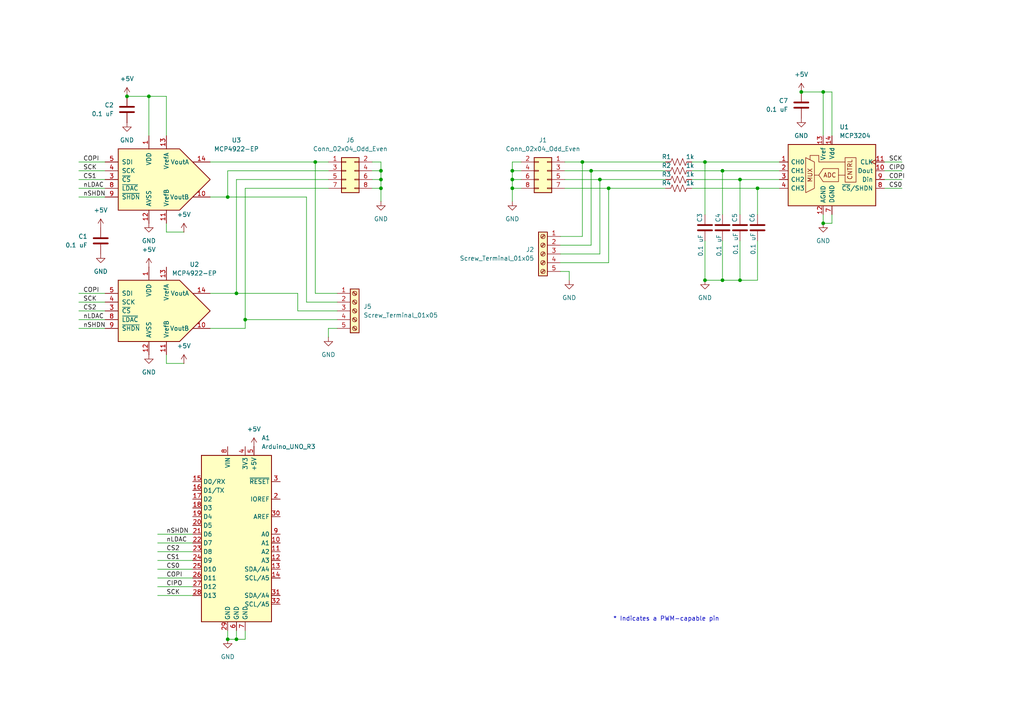
<source format=kicad_sch>
(kicad_sch (version 20231120) (generator "eeschema") (generator_version "8.0")
  (paper "A4")
  (title_block (date "mar. 31 mars 2015"))
  (lib_symbols
    (symbol "+5V_1" (power) (pin_numbers hide) (pin_names (offset 0) hide)
      (property "Value" "+5V" (at 0 3.556 0))
      (symbol "+5V_1_0_1"
        (polyline (pts (xy -0.762 1.27) (xy 0 2.54)))
        (polyline (pts (xy 0 0) (xy 0 2.54)))
        (polyline (pts (xy 0 2.54) (xy 0.762 1.27)))
      )
      (symbol "+5V_1_1_1"
        (pin power_in line (at 0 0 90) (length 0) (name "~") (number "1"))
      )
    )
    (symbol "+5V_2" (power) (pin_numbers hide) (pin_names (offset 0) hide)
      (property "Value" "+5V" (at 0 3.556 0))
      (symbol "+5V_2_0_1"
        (polyline (pts (xy -0.762 1.27) (xy 0 2.54)))
        (polyline (pts (xy 0 0) (xy 0 2.54)))
        (polyline (pts (xy 0 2.54) (xy 0.762 1.27)))
      )
      (symbol "+5V_2_1_1"
        (pin power_in line (at 0 0 90) (length 0) (name "~") (number "1"))
      )
    )
    (symbol "Analog_ADC:MCP3204" (pin_names (offset 0.762))
      (property "Reference" "U" (at -5.08 10.795 0))
      (property "Value" "MCP3204" (at -5.08 8.89 0))
      (symbol "MCP3204_0_0"
        (text "ADC" (at -0.635 -1.27 0) (effects (font (size 1.27 1.27))))
        (text "CNTRL" (at 5.969 -2.667 900) (effects (font (size 1.27 1.27)) (justify left bottom)))
        (text "MUX" (at -6.35 -1.27 900) (effects (font (size 1.27 1.27))))
      )
      (symbol "MCP3204_0_1"
        (polyline (pts (xy -5.08 -1.27) (xy -3.81 -1.27)))
        (polyline (pts (xy 1.905 -1.27) (xy 3.81 -1.27)))
        (polyline (pts (xy -7.62 3.81) (xy -7.62 -6.35) (xy -5.08 -5.08) (xy -5.08 2.54) (xy -7.62 3.81)))
        (polyline (pts (xy 3.81 2.54) (xy -3.81 2.54) (xy -3.81 4.445) (xy -6.35 4.445) (xy -6.35 3.175)))
        (polyline (pts (xy -3.81 -1.27) (xy -2.54 0.635) (xy 1.905 0.635) (xy 1.905 -3.175) (xy -2.54 -3.175) (xy -3.81 -1.27)))
        (rectangle (start 3.81 -3.302) (end 6.985 3.81))
        (rectangle (start 12.7 7.62) (end -12.7 -10.16) (stroke (width 0.254)) (fill (type background)))
      )
      (symbol "MCP3204_1_1"
        (pin input line (at -15.24 2.54 0) (length 2.54) (name "CH0") (number "1"))
        (pin output line (at 15.24 0 180) (length 2.54) (name "Dout") (number "10"))
        (pin input clock (at 15.24 2.54 180) (length 2.54) (name "CLK") (number "11"))
        (pin power_in line (at -2.54 -12.7 90) (length 2.54) (name "AGND") (number "12"))
        (pin power_in line (at -2.54 10.16 270) (length 2.54) (name "Vref") (number "13"))
        (pin power_in line (at 0 10.16 270) (length 2.54) (name "Vdd") (number "14"))
        (pin input line (at -15.24 0 0) (length 2.54) (name "CH1") (number "2"))
        (pin input line (at -15.24 -2.54 0) (length 2.54) (name "CH2") (number "3"))
        (pin input line (at -15.24 -5.08 0) (length 2.54) (name "CH3") (number "4"))
        (pin no_connect line (at -10.16 -10.16 90) (length 2.54) hide (name "NC") (number "5"))
        (pin no_connect line (at -7.62 -10.16 90) (length 2.54) hide (name "NC") (number "6"))
        (pin power_in line (at 0 -12.7 90) (length 2.54) (name "DGND") (number "7"))
        (pin input line (at 15.24 -5.08 180) (length 2.54) (name "~{CS}/SHDN") (number "8"))
        (pin input line (at 15.24 -2.54 180) (length 2.54) (name "Din") (number "9"))
      )
    )
    (symbol "Analog_DAC:MCP4922-EP" (pin_names (offset 1.016))
      (property "Reference" "U" (at -10.16 10.16 0))
      (property "Value" "MCP4922-EP" (at 3.81 10.16 0))
      (symbol "MCP4922-EP_0_1"
        (polyline (pts (xy -11.43 8.89) (xy 6.35 8.89) (xy 15.24 0) (xy 6.35 -8.89) (xy -11.43 -8.89) (xy -11.43 8.89)) (stroke (width 0.254)) (fill (type background)))
      )
      (symbol "MCP4922-EP_1_1"
        (pin power_in line (at -2.54 12.7 270) (length 3.81) (name "VDD") (number "1"))
        (pin passive line (at 15.24 -5.08 180) (length 5.08) (name "VoutB") (number "10"))
        (pin passive line (at 2.54 -12.7 90) (length 3.81) (name "VrefB") (number "11"))
        (pin power_in line (at -2.54 -12.7 90) (length 3.81) (name "AVSS") (number "12"))
        (pin passive line (at 2.54 12.7 270) (length 3.81) (name "VrefA") (number "13"))
        (pin passive line (at 15.24 5.08 180) (length 5.08) (name "VoutA") (number "14"))
        (pin no_connect line (at -5.08 -8.89 90) (length 2.54) hide (name "NC") (number "2"))
        (pin input line (at -15.24 0 0) (length 3.81) (name "~{CS}") (number "3"))
        (pin input line (at -15.24 2.54 0) (length 3.81) (name "SCK") (number "4"))
        (pin input line (at -15.24 5.08 0) (length 3.81) (name "SDI") (number "5"))
        (pin no_connect line (at -7.62 -8.89 90) (length 2.54) hide (name "NC") (number "6"))
        (pin no_connect line (at -10.16 -8.89 90) (length 2.54) hide (name "NC") (number "7"))
        (pin input line (at -15.24 -2.54 0) (length 3.81) (name "~{LDAC}") (number "8"))
        (pin input line (at -15.24 -5.08 0) (length 3.81) (name "~{SHDN}") (number "9"))
      )
    )
    (symbol "Connector:Screw_Terminal_01x05" (pin_names (offset 1.016) hide)
      (property "Reference" "J" (at 0 7.62 0))
      (property "Value" "Screw_Terminal_01x05" (at 0 -7.62 0))
      (symbol "Screw_Terminal_01x05_1_1"
        (rectangle (start -1.27 6.35) (end 1.27 -6.35) (stroke (width 0.254)) (fill (type background)))
        (circle (center 0 -5.08) (radius 0.635) (stroke (width 0.1524)))
        (circle (center 0 -2.54) (radius 0.635) (stroke (width 0.1524)))
        (polyline (pts (xy -0.5334 -4.7498) (xy 0.3302 -5.588)) (stroke (width 0.1524)))
        (polyline (pts (xy -0.5334 -2.2098) (xy 0.3302 -3.048)) (stroke (width 0.1524)))
        (polyline (pts (xy -0.5334 0.3302) (xy 0.3302 -0.508)) (stroke (width 0.1524)))
        (polyline (pts (xy -0.5334 2.8702) (xy 0.3302 2.032)) (stroke (width 0.1524)))
        (polyline (pts (xy -0.5334 5.4102) (xy 0.3302 4.572)) (stroke (width 0.1524)))
        (polyline (pts (xy -0.3556 -4.572) (xy 0.508 -5.4102)) (stroke (width 0.1524)))
        (polyline (pts (xy -0.3556 -2.032) (xy 0.508 -2.8702)) (stroke (width 0.1524)))
        (polyline (pts (xy -0.3556 0.508) (xy 0.508 -0.3302)) (stroke (width 0.1524)))
        (polyline (pts (xy -0.3556 3.048) (xy 0.508 2.2098)) (stroke (width 0.1524)))
        (polyline (pts (xy -0.3556 5.588) (xy 0.508 4.7498)) (stroke (width 0.1524)))
        (circle (center 0 0) (radius 0.635) (stroke (width 0.1524)))
        (circle (center 0 2.54) (radius 0.635) (stroke (width 0.1524)))
        (circle (center 0 5.08) (radius 0.635) (stroke (width 0.1524)))
        (pin passive line (at -5.08 5.08 0) (length 3.81) (name "Pin_1") (number "1"))
        (pin passive line (at -5.08 2.54 0) (length 3.81) (name "Pin_2") (number "2"))
        (pin passive line (at -5.08 0 0) (length 3.81) (name "Pin_3") (number "3"))
        (pin passive line (at -5.08 -2.54 0) (length 3.81) (name "Pin_4") (number "4"))
        (pin passive line (at -5.08 -5.08 0) (length 3.81) (name "Pin_5") (number "5"))
      )
    )
    (symbol "Connector_Generic:Conn_02x04_Odd_Even" (pin_names (offset 1.016) hide)
      (property "Reference" "J" (at 1.27 5.08 0))
      (property "Value" "Conn_02x04_Odd_Even" (at 1.27 -7.62 0))
      (symbol "Conn_02x04_Odd_Even_1_1"
        (rectangle (start -1.27 -4.953) (end 0 -5.207) (stroke (width 0.1524)))
        (rectangle (start -1.27 -2.413) (end 0 -2.667) (stroke (width 0.1524)))
        (rectangle (start -1.27 0.127) (end 0 -0.127) (stroke (width 0.1524)))
        (rectangle (start -1.27 2.667) (end 0 2.413) (stroke (width 0.1524)))
        (rectangle (start -1.27 3.81) (end 3.81 -6.35) (stroke (width 0.254)) (fill (type background)))
        (rectangle (start 3.81 -4.953) (end 2.54 -5.207) (stroke (width 0.1524)))
        (rectangle (start 3.81 -2.413) (end 2.54 -2.667) (stroke (width 0.1524)))
        (rectangle (start 3.81 0.127) (end 2.54 -0.127) (stroke (width 0.1524)))
        (rectangle (start 3.81 2.667) (end 2.54 2.413) (stroke (width 0.1524)))
        (pin passive line (at -5.08 2.54 0) (length 3.81) (name "Pin_1") (number "1"))
        (pin passive line (at 7.62 2.54 180) (length 3.81) (name "Pin_2") (number "2"))
        (pin passive line (at -5.08 0 0) (length 3.81) (name "Pin_3") (number "3"))
        (pin passive line (at 7.62 0 180) (length 3.81) (name "Pin_4") (number "4"))
        (pin passive line (at -5.08 -2.54 0) (length 3.81) (name "Pin_5") (number "5"))
        (pin passive line (at 7.62 -2.54 180) (length 3.81) (name "Pin_6") (number "6"))
        (pin passive line (at -5.08 -5.08 0) (length 3.81) (name "Pin_7") (number "7"))
        (pin passive line (at 7.62 -5.08 180) (length 3.81) (name "Pin_8") (number "8"))
      )
    )
    (symbol "Device:C" (pin_numbers hide) (pin_names (offset 0.254))
      (property "Reference" "C" (at 0.635 2.54 0))
      (property "Value" "C" (at 0.635 -2.54 0))
      (symbol "C_0_1"
        (polyline (pts (xy -2.032 -0.762) (xy 2.032 -0.762)) (stroke (width 0.508)))
        (polyline (pts (xy -2.032 0.762) (xy 2.032 0.762)) (stroke (width 0.508)))
      )
      (symbol "C_1_1"
        (pin passive line (at 0 3.81 270) (length 2.794) (name "~") (number "1"))
        (pin passive line (at 0 -3.81 90) (length 2.794) (name "~") (number "2"))
      )
    )
    (symbol "Device:R_US" (pin_numbers hide) (pin_names (offset 0))
      (property "Reference" "R" (at 2.54 0 90))
      (property "Value" "R_US" (at -2.54 0 90))
      (symbol "R_US_0_1"
        (polyline (pts (xy 0 -2.286) (xy 0 -2.54)))
        (polyline (pts (xy 0 2.286) (xy 0 2.54)))
        (polyline (pts (xy 0 -0.762) (xy 1.016 -1.143) (xy 0 -1.524) (xy -1.016 -1.905) (xy 0 -2.286)))
        (polyline (pts (xy 0 0.762) (xy 1.016 0.381) (xy 0 0) (xy -1.016 -0.381) (xy 0 -0.762)))
        (polyline (pts (xy 0 2.286) (xy 1.016 1.905) (xy 0 1.524) (xy -1.016 1.143) (xy 0 0.762)))
      )
      (symbol "R_US_1_1"
        (pin passive line (at 0 3.81 270) (length 1.27) (name "~") (number "1"))
        (pin passive line (at 0 -3.81 90) (length 1.27) (name "~") (number "2"))
      )
    )
    (symbol "GND_1" (power) (pin_numbers hide) (pin_names (offset 0) hide)
      (property "Value" "GND" (at 0 -3.81 0))
      (symbol "GND_1_0_1"
        (polyline (pts (xy 0 0) (xy 0 -1.27) (xy 1.27 -1.27) (xy 0 -2.54) (xy -1.27 -1.27) (xy 0 -1.27)))
      )
      (symbol "GND_1_1_1"
        (pin power_in line (at 0 0 270) (length 0) (name "~") (number "1"))
      )
    )
    (symbol "MCU_Module:Arduino_UNO_R3"
      (property "Reference" "A" (at -10.16 23.495 0))
      (property "Value" "Arduino_UNO_R3" (at 5.08 -26.67 0))
      (symbol "Arduino_UNO_R3_0_1"
        (rectangle (start -10.16 22.86) (end 10.16 -25.4) (stroke (width 0.254)) (fill (type background)))
      )
      (symbol "Arduino_UNO_R3_1_1"
        (pin no_connect line (at -10.16 -20.32 0) (length 2.54) hide (name "NC") (number "1"))
        (pin bidirectional line (at 12.7 -2.54 180) (length 2.54) (name "A1") (number "10"))
        (pin bidirectional line (at 12.7 -5.08 180) (length 2.54) (name "A2") (number "11"))
        (pin bidirectional line (at 12.7 -7.62 180) (length 2.54) (name "A3") (number "12"))
        (pin bidirectional line (at 12.7 -10.16 180) (length 2.54) (name "SDA/A4") (number "13"))
        (pin bidirectional line (at 12.7 -12.7 180) (length 2.54) (name "SCL/A5") (number "14"))
        (pin bidirectional line (at -12.7 15.24 0) (length 2.54) (name "D0/RX") (number "15"))
        (pin bidirectional line (at -12.7 12.7 0) (length 2.54) (name "D1/TX") (number "16"))
        (pin bidirectional line (at -12.7 10.16 0) (length 2.54) (name "D2") (number "17"))
        (pin bidirectional line (at -12.7 7.62 0) (length 2.54) (name "D3") (number "18"))
        (pin bidirectional line (at -12.7 5.08 0) (length 2.54) (name "D4") (number "19"))
        (pin output line (at 12.7 10.16 180) (length 2.54) (name "IOREF") (number "2"))
        (pin bidirectional line (at -12.7 2.54 0) (length 2.54) (name "D5") (number "20"))
        (pin bidirectional line (at -12.7 0 0) (length 2.54) (name "D6") (number "21"))
        (pin bidirectional line (at -12.7 -2.54 0) (length 2.54) (name "D7") (number "22"))
        (pin bidirectional line (at -12.7 -5.08 0) (length 2.54) (name "D8") (number "23"))
        (pin bidirectional line (at -12.7 -7.62 0) (length 2.54) (name "D9") (number "24"))
        (pin bidirectional line (at -12.7 -10.16 0) (length 2.54) (name "D10") (number "25"))
        (pin bidirectional line (at -12.7 -12.7 0) (length 2.54) (name "D11") (number "26"))
        (pin bidirectional line (at -12.7 -15.24 0) (length 2.54) (name "D12") (number "27"))
        (pin bidirectional line (at -12.7 -17.78 0) (length 2.54) (name "D13") (number "28"))
        (pin power_in line (at -2.54 -27.94 90) (length 2.54) (name "GND") (number "29"))
        (pin input line (at 12.7 15.24 180) (length 2.54) (name "~{RESET}") (number "3"))
        (pin input line (at 12.7 5.08 180) (length 2.54) (name "AREF") (number "30"))
        (pin bidirectional line (at 12.7 -17.78 180) (length 2.54) (name "SDA/A4") (number "31"))
        (pin bidirectional line (at 12.7 -20.32 180) (length 2.54) (name "SCL/A5") (number "32"))
        (pin power_out line (at 2.54 25.4 270) (length 2.54) (name "3V3") (number "4"))
        (pin power_out line (at 5.08 25.4 270) (length 2.54) (name "+5V") (number "5"))
        (pin power_in line (at 0 -27.94 90) (length 2.54) (name "GND") (number "6"))
        (pin power_in line (at 2.54 -27.94 90) (length 2.54) (name "GND") (number "7"))
        (pin power_in line (at -2.54 25.4 270) (length 2.54) (name "VIN") (number "8"))
        (pin bidirectional line (at 12.7 0 180) (length 2.54) (name "A0") (number "9"))
      )
    )
  )
  (junction (at 110.49 52.07))
  (junction (at 71.12 92.71))
  (junction (at 204.47 81.28))
  (junction (at 204.47 46.99))
  (junction (at 238.76 64.77))
  (junction (at 214.63 52.07))
  (junction (at 232.41 26.67))
  (junction (at 168.91 46.99))
  (junction (at 238.76 26.67))
  (junction (at 148.59 49.53))
  (junction (at 209.55 49.53))
  (junction (at 171.45 49.53))
  (junction (at 36.83 27.94))
  (junction (at 219.71 54.61))
  (junction (at 68.58 185.42))
  (junction (at 148.59 52.07))
  (junction (at 66.04 57.15))
  (junction (at 43.18 27.94))
  (junction (at 214.63 81.28))
  (junction (at 68.58 85.09))
  (junction (at 209.55 81.28))
  (junction (at 91.44 46.99))
  (junction (at 173.99 52.07))
  (junction (at 110.49 54.61))
  (junction (at 110.49 49.53))
  (junction (at 66.04 185.42))
  (junction (at 176.53 54.61))
  (junction (at 148.59 54.61))
  (wire (pts (xy 173.99 73.66) (xy 173.99 52.07)))
  (wire (pts (xy 173.99 52.07) (xy 193.04 52.07)))
  (wire (pts (xy 168.91 46.99) (xy 168.91 68.58)))
  (wire (pts (xy 88.9 87.63) (xy 97.79 87.63)))
  (wire (pts (xy 200.66 54.61) (xy 219.71 54.61)))
  (wire (pts (xy 209.55 69.85) (xy 209.55 81.28)))
  (wire (pts (xy 241.3 26.67) (xy 241.3 39.37)))
  (wire (pts (xy 163.83 52.07) (xy 173.99 52.07)))
  (wire (pts (xy 22.86 54.61) (xy 30.48 54.61)))
  (wire (pts (xy 165.1 78.74) (xy 162.56 78.74)))
  (wire (pts (xy 219.71 81.28) (xy 214.63 81.28)))
  (wire (pts (xy 71.12 185.42) (xy 68.58 185.42)))
  (wire (pts (xy 209.55 81.28) (xy 204.47 81.28)))
  (wire (pts (xy 107.95 54.61) (xy 110.49 54.61)))
  (wire (pts (xy 95.25 95.25) (xy 97.79 95.25)))
  (wire (pts (xy 71.12 54.61) (xy 95.25 54.61)))
  (wire (pts (xy 53.34 105.41) (xy 48.26 105.41)))
  (wire (pts (xy 209.55 49.53) (xy 209.55 62.23)))
  (wire (pts (xy 171.45 49.53) (xy 193.04 49.53)))
  (wire (pts (xy 91.44 46.99) (xy 91.44 85.09)))
  (wire (pts (xy 162.56 73.66) (xy 173.99 73.66)))
  (wire (pts (xy 97.79 85.09) (xy 91.44 85.09)))
  (wire (pts (xy 22.86 95.25) (xy 30.48 95.25)))
  (wire (pts (xy 151.13 52.07) (xy 148.59 52.07)))
  (wire (pts (xy 151.13 49.53) (xy 148.59 49.53)))
  (wire (pts (xy 162.56 76.2) (xy 176.53 76.2)))
  (wire (pts (xy 163.83 54.61) (xy 176.53 54.61)))
  (wire (pts (xy 45.72 172.72) (xy 55.88 172.72)))
  (wire (pts (xy 22.86 49.53) (xy 30.48 49.53)))
  (wire (pts (xy 200.66 49.53) (xy 209.55 49.53)))
  (wire (pts (xy 60.96 85.09) (xy 68.58 85.09)))
  (wire (pts (xy 68.58 52.07) (xy 95.25 52.07)))
  (wire (pts (xy 48.26 105.41) (xy 48.26 102.87)))
  (wire (pts (xy 163.83 46.99) (xy 168.91 46.99)))
  (wire (pts (xy 68.58 85.09) (xy 68.58 52.07)))
  (wire (pts (xy 214.63 81.28) (xy 209.55 81.28)))
  (wire (pts (xy 107.95 49.53) (xy 110.49 49.53)))
  (wire (pts (xy 48.26 67.31) (xy 48.26 64.77)))
  (wire (pts (xy 22.86 52.07) (xy 30.48 52.07)))
  (wire (pts (xy 22.86 87.63) (xy 30.48 87.63)))
  (wire (pts (xy 200.66 52.07) (xy 214.63 52.07)))
  (wire (pts (xy 168.91 46.99) (xy 193.04 46.99)))
  (wire (pts (xy 45.72 160.02) (xy 55.88 160.02)))
  (wire (pts (xy 171.45 71.12) (xy 171.45 49.53)))
  (wire (pts (xy 45.72 167.64) (xy 55.88 167.64)))
  (wire (pts (xy 95.25 49.53) (xy 66.04 49.53)))
  (wire (pts (xy 110.49 52.07) (xy 110.49 54.61)))
  (wire (pts (xy 214.63 52.07) (xy 226.06 52.07)))
  (wire (pts (xy 148.59 54.61) (xy 148.59 58.42)))
  (wire (pts (xy 219.71 54.61) (xy 226.06 54.61)))
  (wire (pts (xy 60.96 46.99) (xy 91.44 46.99)))
  (wire (pts (xy 60.96 57.15) (xy 66.04 57.15)))
  (wire (pts (xy 256.54 52.07) (xy 261.62 52.07)))
  (wire (pts (xy 45.72 170.18) (xy 55.88 170.18)))
  (wire (pts (xy 107.95 52.07) (xy 110.49 52.07)))
  (wire (pts (xy 22.86 46.99) (xy 30.48 46.99)))
  (wire (pts (xy 71.12 182.88) (xy 71.12 185.42)))
  (wire (pts (xy 71.12 92.71) (xy 97.79 92.71)))
  (wire (pts (xy 256.54 46.99) (xy 261.62 46.99)))
  (wire (pts (xy 43.18 27.94) (xy 43.18 39.37)))
  (wire (pts (xy 204.47 46.99) (xy 200.66 46.99)))
  (wire (pts (xy 241.3 64.77) (xy 238.76 64.77)))
  (wire (pts (xy 71.12 95.25) (xy 71.12 92.71)))
  (wire (pts (xy 256.54 54.61) (xy 261.62 54.61)))
  (wire (pts (xy 219.71 69.85) (xy 219.71 81.28)))
  (wire (pts (xy 176.53 54.61) (xy 193.04 54.61)))
  (wire (pts (xy 241.3 62.23) (xy 241.3 64.77)))
  (wire (pts (xy 71.12 54.61) (xy 71.12 92.71)))
  (wire (pts (xy 66.04 57.15) (xy 88.9 57.15)))
  (wire (pts (xy 214.63 69.85) (xy 214.63 81.28)))
  (wire (pts (xy 43.18 27.94) (xy 48.26 27.94)))
  (wire (pts (xy 238.76 64.77) (xy 238.76 62.23)))
  (wire (pts (xy 204.47 46.99) (xy 226.06 46.99)))
  (wire (pts (xy 95.25 97.79) (xy 95.25 95.25)))
  (wire (pts (xy 204.47 69.85) (xy 204.47 81.28)))
  (wire (pts (xy 22.86 92.71) (xy 30.48 92.71)))
  (wire (pts (xy 204.47 62.23) (xy 204.47 46.99)))
  (wire (pts (xy 107.95 46.99) (xy 110.49 46.99)))
  (wire (pts (xy 110.49 49.53) (xy 110.49 52.07)))
  (wire (pts (xy 148.59 46.99) (xy 148.59 49.53)))
  (wire (pts (xy 66.04 182.88) (xy 66.04 185.42)))
  (wire (pts (xy 232.41 26.67) (xy 238.76 26.67)))
  (wire (pts (xy 86.36 85.09) (xy 86.36 90.17)))
  (wire (pts (xy 68.58 85.09) (xy 86.36 85.09)))
  (wire (pts (xy 22.86 85.09) (xy 30.48 85.09)))
  (wire (pts (xy 176.53 76.2) (xy 176.53 54.61)))
  (wire (pts (xy 219.71 54.61) (xy 219.71 62.23)))
  (wire (pts (xy 45.72 162.56) (xy 55.88 162.56)))
  (wire (pts (xy 48.26 27.94) (xy 48.26 39.37)))
  (wire (pts (xy 148.59 52.07) (xy 148.59 54.61)))
  (wire (pts (xy 256.54 49.53) (xy 261.62 49.53)))
  (wire (pts (xy 162.56 71.12) (xy 171.45 71.12)))
  (wire (pts (xy 110.49 46.99) (xy 110.49 49.53)))
  (wire (pts (xy 165.1 81.28) (xy 165.1 78.74)))
  (wire (pts (xy 22.86 57.15) (xy 30.48 57.15)))
  (wire (pts (xy 66.04 49.53) (xy 66.04 57.15)))
  (wire (pts (xy 60.96 95.25) (xy 71.12 95.25)))
  (wire (pts (xy 53.34 67.31) (xy 48.26 67.31)))
  (wire (pts (xy 88.9 57.15) (xy 88.9 87.63)))
  (wire (pts (xy 110.49 54.61) (xy 110.49 58.42)))
  (wire (pts (xy 36.83 27.94) (xy 43.18 27.94)))
  (wire (pts (xy 45.72 157.48) (xy 55.88 157.48)))
  (wire (pts (xy 209.55 49.53) (xy 226.06 49.53)))
  (wire (pts (xy 91.44 46.99) (xy 95.25 46.99)))
  (wire (pts (xy 45.72 154.94) (xy 55.88 154.94)))
  (wire (pts (xy 238.76 26.67) (xy 241.3 26.67)))
  (wire (pts (xy 151.13 54.61) (xy 148.59 54.61)))
  (wire (pts (xy 163.83 49.53) (xy 171.45 49.53)))
  (wire (pts (xy 45.72 165.1) (xy 55.88 165.1)))
  (wire (pts (xy 86.36 90.17) (xy 97.79 90.17)))
  (wire (pts (xy 68.58 182.88) (xy 68.58 185.42)))
  (wire (pts (xy 151.13 46.99) (xy 148.59 46.99)))
  (wire (pts (xy 68.58 185.42) (xy 66.04 185.42)))
  (wire (pts (xy 22.86 90.17) (xy 30.48 90.17)))
  (wire (pts (xy 214.63 52.07) (xy 214.63 62.23)))
  (wire (pts (xy 238.76 26.67) (xy 238.76 39.37)))
  (wire (pts (xy 148.59 49.53) (xy 148.59 52.07)))
  (wire (pts (xy 162.56 68.58) (xy 168.91 68.58)))
  (text "* Indicates a PWM-capable pin" (at 177.8 180.34 0) (effects (font (size 1.27 1.27)) (justify left bottom)))
  (label "COPI" (at 48.26 167.64 0))
  (label "CS1" (at 24.13 52.07 0))
  (label "CS0" (at 48.26 165.1 0))
  (label "CS0" (at 257.81 54.61 0))
  (label "nSHDN" (at 24.13 57.15 0))
  (label "nSHDN" (at 24.13 95.25 0))
  (label "nLDAC" (at 24.13 54.61 0))
  (label "CS2" (at 24.13 90.17 0))
  (label "COPI" (at 24.13 46.99 0))
  (label "CIPO" (at 257.81 49.53 0))
  (label "CS1" (at 48.26 162.56 0))
  (label "COPI" (at 257.81 52.07 0))
  (label "SCK" (at 257.81 46.99 0))
  (label "CIPO" (at 48.26 170.18 0))
  (label "SCK" (at 24.13 49.53 0))
  (label "nLDAC" (at 48.26 157.48 0))
  (label "SCK" (at 24.13 87.63 0))
  (label "COPI" (at 24.13 85.09 0))
  (label "SCK" (at 48.26 172.72 0))
  (label "nSHDN" (at 48.26 154.94 0))
  (label "nLDAC" (at 24.13 92.71 0))
  (label "CS2" (at 48.26 160.02 0))
  (symbol (lib_name "GND_1") (lib_id "power:GND") (at 43.18 102.87 0) (mirror y) (unit 1)
    (property "Reference" "#PWR07" (effects (hide yes)))
    (property "Value" "GND" (at 43.18 107.95 0))
    (property "Description" "Power symbol creates a global label with name \"GND\" , ground" (effects (hide yes)))
  )
  (symbol (lib_id "Connector:Screw_Terminal_01x05") (at 157.48 73.66 0) (mirror y) (unit 1)
    (property "Reference" "J2" (at 154.94 72.3899 0) (effects (justify left)))
    (property "Value" "Screw_Terminal_01x05" (at 154.94 74.9299 0) (effects (justify left)))
    (property "Footprint" "TerminalBlock:TerminalBlock_Xinya_XY308-2.54-5P_1x05_P2.54mm_Horizontal" (effects (hide yes)))
    (property "Description" "Generic screw terminal, single row, 01x05, script generated (kicad-library-utils/schlib/autogen/connector/)" (effects (hide yes)))
  )
  (symbol (lib_id "Analog_DAC:MCP4922-EP") (at 45.72 90.17 0) (unit 1)
    (property "Reference" "U2" (at 56.388 76.708 0))
    (property "Value" "MCP4922-EP" (at 56.388 79.248 0))
    (property "Datasheet" "http://ww1.microchip.com/downloads/en/devicedoc/21897a.pdf" (effects (hide yes)))
    (property "Description" "Dual 12-bit Digital to Analog Converter, SPI Interface, PDIP-14" (effects (hide yes)))
  )
  (symbol (lib_name "GND_1") (lib_id "power:GND") (at 36.83 35.56 0) (unit 1)
    (property "Reference" "#PWR015" (effects (hide yes)))
    (property "Value" "GND" (at 36.83 40.64 0))
    (property "Description" "Power symbol creates a global label with name \"GND\" , ground" (effects (hide yes)))
  )
  (symbol (lib_name "+5V_1") (lib_id "power:+5V") (at 73.66 129.54 0) (mirror y) (unit 1)
    (property "Reference" "#PWR019" (effects (hide yes)))
    (property "Value" "+5V" (at 73.66 124.46 0))
    (property "Description" "Power symbol creates a global label with name \"+5V\"" (effects (hide yes)))
  )
  (symbol (lib_id "Device:C") (at 29.21 69.85 0) (mirror y) (unit 1)
    (property "Reference" "C1" (at 25.4 68.5799 0) (effects (justify left)))
    (property "Value" "0.1 uF" (at 25.4 71.1199 0) (effects (justify left)))
    (property "Footprint" "Capacitor_SMD:CP_Elec_3x5.3" (effects (hide yes)))
    (property "Description" "Unpolarized capacitor" (effects (hide yes)))
  )
  (symbol (lib_id "Device:C") (at 204.47 66.04 0) (mirror y) (unit 1)
    (property "Reference" "C3" (at 202.946 64.516 90) (effects (justify left)))
    (property "Value" "0.1 uF" (at 203.2 74.422 90) (effects (justify left)))
    (property "Footprint" "Capacitor_SMD:CP_Elec_3x5.3" (effects (hide yes)))
    (property "Description" "Unpolarized capacitor" (effects (hide yes)))
  )
  (symbol (lib_name "+5V_2") (lib_id "power:+5V") (at 43.18 77.47 0) (mirror y) (unit 1)
    (property "Reference" "#PWR08" (effects (hide yes)))
    (property "Value" "+5V" (at 43.18 72.39 0))
    (property "Description" "Power symbol creates a global label with name \"+5V\"" (effects (hide yes)))
  )
  (symbol (lib_name "GND_1") (lib_id "power:GND") (at 43.18 64.77 0) (mirror y) (unit 1)
    (property "Reference" "#PWR010" (effects (hide yes)))
    (property "Value" "GND" (at 43.18 69.85 0))
    (property "Description" "Power symbol creates a global label with name \"GND\" , ground" (effects (hide yes)))
  )
  (symbol (lib_name "+5V_1") (lib_id "power:+5V") (at 53.34 105.41 0) (mirror y) (unit 1)
    (property "Reference" "#PWR06" (effects (hide yes)))
    (property "Value" "+5V" (at 53.34 100.33 0))
    (property "Description" "Power symbol creates a global label with name \"+5V\"" (effects (hide yes)))
  )
  (symbol (lib_id "Connector_Generic:Conn_02x04_Odd_Even") (at 158.75 49.53 0) (mirror y) (unit 1)
    (property "Reference" "J1" (at 157.48 40.64 0))
    (property "Value" "Conn_02x04_Odd_Even" (at 157.48 43.18 0))
    (property "Footprint" "Connector_IDC:IDC-Header_2x04_P2.54mm_Vertical" (effects (hide yes)))
    (property "Description" "Generic connector, double row, 02x04, odd/even pin numbering scheme (row 1 odd numbers, row 2 even numbers), script generated (kicad-library-utils/schlib/autogen/connector/)" (effects (hide yes)))
  )
  (symbol (lib_id "Connector:Screw_Terminal_01x05") (at 102.87 90.17 0) (unit 1)
    (property "Reference" "J5" (at 105.41 88.8999 0) (effects (justify left)))
    (property "Value" "Screw_Terminal_01x05" (at 105.41 91.4399 0) (effects (justify left)))
    (property "Footprint" "TerminalBlock:TerminalBlock_Xinya_XY308-2.54-5P_1x05_P2.54mm_Horizontal" (effects (hide yes)))
    (property "Description" "Generic screw terminal, single row, 01x05, script generated (kicad-library-utils/schlib/autogen/connector/)" (effects (hide yes)))
  )
  (symbol (lib_id "Device:C") (at 36.83 31.75 0) (mirror y) (unit 1)
    (property "Reference" "C2" (at 33.02 30.4799 0) (effects (justify left)))
    (property "Value" "0.1 uF" (at 33.02 33.0199 0) (effects (justify left)))
    (property "Footprint" "Capacitor_SMD:CP_Elec_3x5.3" (effects (hide yes)))
    (property "Description" "Unpolarized capacitor" (effects (hide yes)))
  )
  (symbol (lib_name "+5V_1") (lib_id "power:+5V") (at 36.83 27.94 0) (unit 1)
    (property "Reference" "#PWR014" (effects (hide yes)))
    (property "Value" "+5V" (at 36.83 22.86 0))
    (property "Description" "Power symbol creates a global label with name \"+5V\"" (effects (hide yes)))
  )
  (symbol (lib_id "Device:C") (at 214.63 66.04 0) (mirror y) (unit 1)
    (property "Reference" "C5" (at 213.106 64.516 90) (effects (justify left)))
    (property "Value" "0.1 uF" (at 213.36 73.914 90) (effects (justify left)))
    (property "Footprint" "Capacitor_SMD:CP_Elec_3x5.3" (effects (hide yes)))
    (property "Description" "Unpolarized capacitor" (effects (hide yes)))
  )
  (symbol (lib_name "GND_1") (lib_id "power:GND") (at 29.21 73.66 0) (unit 1)
    (property "Reference" "#PWR012" (effects (hide yes)))
    (property "Value" "GND" (at 29.21 78.74 0))
    (property "Description" "Power symbol creates a global label with name \"GND\" , ground" (effects (hide yes)))
  )
  (symbol (lib_name "GND_1") (lib_id "power:GND") (at 148.59 58.42 0) (unit 1)
    (property "Reference" "#PWR02" (effects (hide yes)))
    (property "Value" "GND" (at 148.59 63.5 0))
    (property "Description" "Power symbol creates a global label with name \"GND\" , ground" (effects (hide yes)))
  )
  (symbol (lib_name "GND_1") (lib_id "power:GND") (at 66.04 185.42 0) (unit 1)
    (property "Reference" "#PWR018" (effects (hide yes)))
    (property "Value" "GND" (at 66.04 190.5 0))
    (property "Description" "Power symbol creates a global label with name \"GND\" , ground" (effects (hide yes)))
  )
  (symbol (lib_id "Device:C") (at 209.55 66.04 0) (mirror y) (unit 1)
    (property "Reference" "C4" (at 208.28 64.516 90) (effects (justify left)))
    (property "Value" "0.1 uF" (at 208.534 74.422 90) (effects (justify left)))
    (property "Footprint" "Capacitor_SMD:CP_Elec_3x5.3" (effects (hide yes)))
    (property "Description" "Unpolarized capacitor" (effects (hide yes)))
  )
  (symbol (lib_name "GND_1") (lib_id "power:GND") (at 204.47 81.28 0) (unit 1)
    (property "Reference" "#PWR03" (effects (hide yes)))
    (property "Value" "GND" (at 204.47 86.36 0))
    (property "Description" "Power symbol creates a global label with name \"GND\" , ground" (effects (hide yes)))
  )
  (symbol (lib_name "GND_1") (lib_id "power:GND") (at 238.76 64.77 0) (unit 1)
    (property "Reference" "#PWR017" (effects (hide yes)))
    (property "Value" "GND" (at 238.76 69.85 0))
    (property "Description" "Power symbol creates a global label with name \"GND\" , ground" (effects (hide yes)))
  )
  (symbol (lib_id "Analog_DAC:MCP4922-EP") (at 45.72 52.07 0) (unit 1)
    (property "Reference" "U3" (at 68.58 40.6714 0))
    (property "Value" "MCP4922-EP" (at 68.58 43.2114 0))
    (property "Datasheet" "http://ww1.microchip.com/downloads/en/devicedoc/21897a.pdf" (effects (hide yes)))
    (property "Description" "Dual 12-bit Digital to Analog Converter, SPI Interface, PDIP-14" (effects (hide yes)))
  )
  (symbol (lib_name "GND_1") (lib_id "power:GND") (at 95.25 97.79 0) (mirror y) (unit 1)
    (property "Reference" "#PWR09" (effects (hide yes)))
    (property "Value" "GND" (at 95.25 102.87 0))
    (property "Description" "Power symbol creates a global label with name \"GND\" , ground" (effects (hide yes)))
  )
  (symbol (lib_id "Connector_Generic:Conn_02x04_Odd_Even") (at 100.33 49.53 0) (unit 1)
    (property "Reference" "J6" (at 101.6 40.64 0))
    (property "Value" "Conn_02x04_Odd_Even" (at 101.6 43.18 0))
    (property "Footprint" "Connector_IDC:IDC-Header_2x04_P2.54mm_Vertical" (effects (hide yes)))
    (property "Description" "Generic connector, double row, 02x04, odd/even pin numbering scheme (row 1 odd numbers, row 2 even numbers), script generated (kicad-library-utils/schlib/autogen/connector/)" (effects (hide yes)))
  )
  (symbol (lib_name "GND_1") (lib_id "power:GND") (at 232.41 34.29 0) (unit 1)
    (property "Reference" "#PWR05" (effects (hide yes)))
    (property "Value" "GND" (at 232.41 39.37 0))
    (property "Description" "Power symbol creates a global label with name \"GND\" , ground" (effects (hide yes)))
  )
  (symbol (lib_id "Device:R_US") (at 196.85 46.99 90) (unit 1)
    (property "Reference" "R1" (at 193.294 45.466 90))
    (property "Value" "1k" (at 200.152 45.466 90))
    (property "Footprint" "Resistor_SMD:R_0805_2012Metric_Pad1.20x1.40mm_HandSolder" (effects (hide yes)))
    (property "Description" "Resistor, US symbol" (effects (hide yes)))
  )
  (symbol (lib_id "Device:C") (at 219.71 66.04 0) (mirror y) (unit 1)
    (property "Reference" "C6" (at 218.186 64.516 90) (effects (justify left)))
    (property "Value" "0.1 uF" (at 218.44 73.914 90) (effects (justify left)))
    (property "Footprint" "Capacitor_SMD:CP_Elec_3x5.3" (effects (hide yes)))
    (property "Description" "Unpolarized capacitor" (effects (hide yes)))
  )
  (symbol (lib_name "GND_1") (lib_id "power:GND") (at 110.49 58.42 0) (mirror y) (unit 1)
    (property "Reference" "#PWR016" (effects (hide yes)))
    (property "Value" "GND" (at 110.49 63.5 0))
    (property "Description" "Power symbol creates a global label with name \"GND\" , ground" (effects (hide yes)))
  )
  (symbol (lib_name "GND_1") (lib_id "power:GND") (at 165.1 81.28 0) (unit 1)
    (property "Reference" "#PWR01" (effects (hide yes)))
    (property "Value" "GND" (at 165.1 86.36 0))
    (property "Description" "Power symbol creates a global label with name \"GND\" , ground" (effects (hide yes)))
  )
  (symbol (lib_id "MCU_Module:Arduino_UNO_R3") (at 68.58 154.94 0) (unit 1)
    (property "Reference" "A1" (at 75.8541 127 0) (effects (justify left)))
    (property "Value" "Arduino_UNO_R3" (at 75.8541 129.54 0) (effects (justify left)))
    (property "Footprint" "Module:Arduino_UNO_R3" (effects (hide yes)))
    (property "Datasheet" "https://www.arduino.cc/en/Main/arduinoBoardUno" (effects (hide yes)))
    (property "Description" "Arduino UNO Microcontroller Module, release 3" (effects (hide yes)))
  )
  (symbol (lib_id "Device:C") (at 232.41 30.48 0) (mirror y) (unit 1)
    (property "Reference" "C7" (at 228.6 29.2099 0) (effects (justify left)))
    (property "Value" "0.1 uF" (at 228.6 31.7499 0) (effects (justify left)))
    (property "Footprint" "Capacitor_SMD:CP_Elec_3x5.3" (effects (hide yes)))
    (property "Description" "Unpolarized capacitor" (effects (hide yes)))
  )
  (symbol (lib_name "+5V_1") (lib_id "power:+5V") (at 29.21 66.04 0) (unit 1)
    (property "Reference" "#PWR013" (effects (hide yes)))
    (property "Value" "+5V" (at 29.21 60.96 0))
    (property "Description" "Power symbol creates a global label with name \"+5V\"" (effects (hide yes)))
  )
  (symbol (lib_id "Device:R_US") (at 196.85 49.53 90) (unit 1)
    (property "Reference" "R2" (at 193.294 48.006 90))
    (property "Value" "1k" (at 200.152 48.006 90))
    (property "Footprint" "Resistor_SMD:R_0805_2012Metric_Pad1.20x1.40mm_HandSolder" (effects (hide yes)))
    (property "Description" "Resistor, US symbol" (effects (hide yes)))
  )
  (symbol (lib_id "Device:R_US") (at 196.85 52.07 90) (unit 1)
    (property "Reference" "R3" (at 193.294 50.546 90))
    (property "Value" "1k" (at 200.152 50.546 90))
    (property "Footprint" "Resistor_SMD:R_0805_2012Metric_Pad1.20x1.40mm_HandSolder" (effects (hide yes)))
    (property "Description" "Resistor, US symbol" (effects (hide yes)))
  )
  (symbol (lib_name "+5V_1") (lib_id "power:+5V") (at 232.41 26.67 0) (unit 1)
    (property "Reference" "#PWR04" (effects (hide yes)))
    (property "Value" "+5V" (at 232.41 21.59 0))
    (property "Description" "Power symbol creates a global label with name \"+5V\"" (effects (hide yes)))
  )
  (symbol (lib_id "Device:R_US") (at 196.85 54.61 90) (unit 1)
    (property "Reference" "R4" (at 193.294 53.086 90))
    (property "Value" "1k" (at 200.152 53.086 90))
    (property "Footprint" "Resistor_SMD:R_0805_2012Metric_Pad1.20x1.40mm_HandSolder" (effects (hide yes)))
    (property "Description" "Resistor, US symbol" (effects (hide yes)))
  )
  (symbol (lib_name "+5V_1") (lib_id "power:+5V") (at 53.34 67.31 0) (mirror y) (unit 1)
    (property "Reference" "#PWR011" (effects (hide yes)))
    (property "Value" "+5V" (at 53.34 62.23 0))
    (property "Description" "Power symbol creates a global label with name \"+5V\"" (effects (hide yes)))
  )
  (symbol (lib_id "Analog_ADC:MCP3204") (at 241.3 49.53 0) (unit 1)
    (property "Reference" "U1" (at 243.4941 36.83 0) (effects (justify left)))
    (property "Value" "MCP3204" (at 243.4941 39.37 0) (effects (justify left)))
    (property "Datasheet" "http://ww1.microchip.com/downloads/en/DeviceDoc/21298c.pdf" (effects (hide yes)))
    (property "Description" "A/D Converter, 12-Bit, 4-Channel, SPI Interface, 2.7V-5.5V" (effects (hide yes)))
  )
)
</source>
